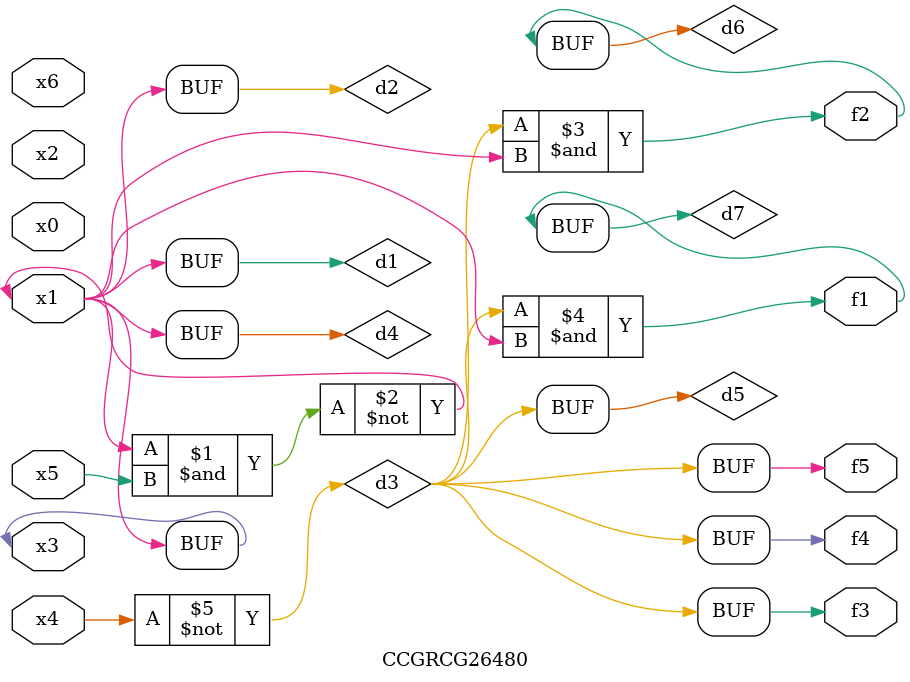
<source format=v>
module CCGRCG26480(
	input x0, x1, x2, x3, x4, x5, x6,
	output f1, f2, f3, f4, f5
);

	wire d1, d2, d3, d4, d5, d6, d7;

	buf (d1, x1, x3);
	nand (d2, x1, x5);
	not (d3, x4);
	buf (d4, d1, d2);
	buf (d5, d3);
	and (d6, d3, d4);
	and (d7, d3, d4);
	assign f1 = d7;
	assign f2 = d6;
	assign f3 = d5;
	assign f4 = d5;
	assign f5 = d5;
endmodule

</source>
